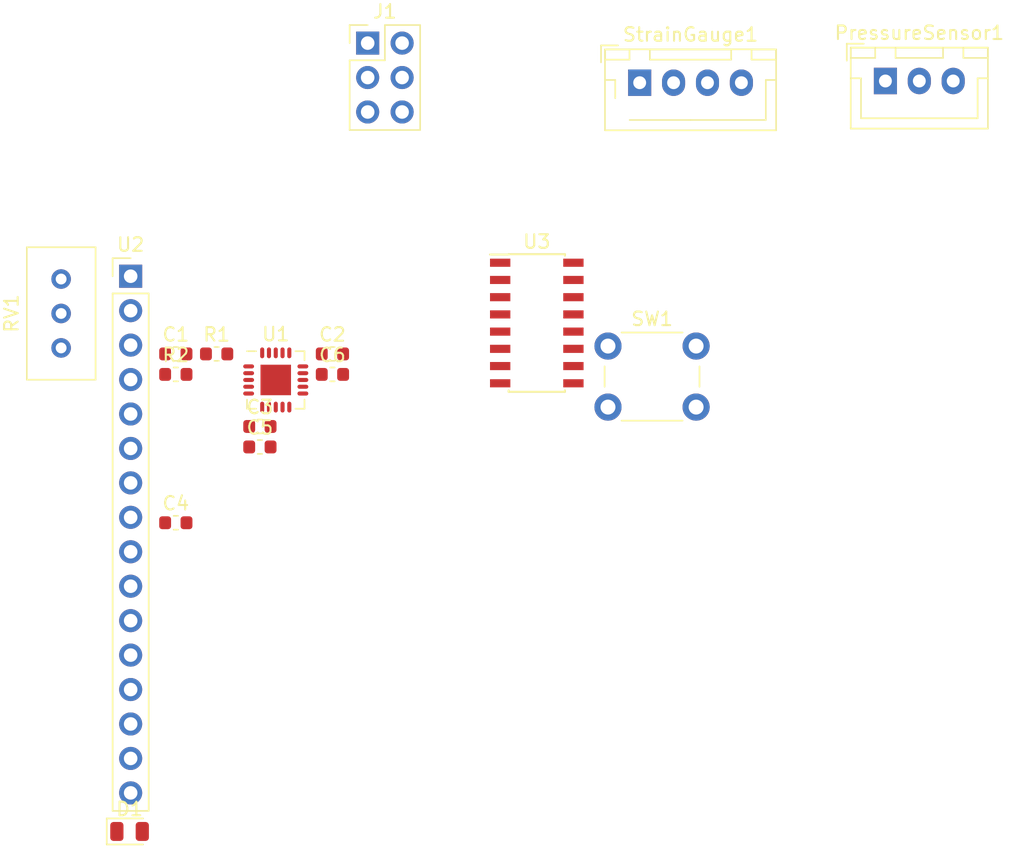
<source format=kicad_pcb>
(kicad_pcb (version 20171130) (host pcbnew "(5.0.0)")

  (general
    (thickness 1.6)
    (drawings 0)
    (tracks 0)
    (zones 0)
    (modules 17)
    (nets 22)
  )

  (page A4)
  (layers
    (0 F.Cu signal)
    (31 B.Cu signal)
    (32 B.Adhes user)
    (33 F.Adhes user)
    (34 B.Paste user)
    (35 F.Paste user)
    (36 B.SilkS user)
    (37 F.SilkS user)
    (38 B.Mask user)
    (39 F.Mask user)
    (40 Dwgs.User user)
    (41 Cmts.User user)
    (42 Eco1.User user)
    (43 Eco2.User user)
    (44 Edge.Cuts user)
    (45 Margin user)
    (46 B.CrtYd user)
    (47 F.CrtYd user)
    (48 B.Fab user)
    (49 F.Fab user)
  )

  (setup
    (last_trace_width 0.25)
    (trace_clearance 0.2)
    (zone_clearance 0.508)
    (zone_45_only no)
    (trace_min 0.2)
    (segment_width 0.2)
    (edge_width 0.15)
    (via_size 0.8)
    (via_drill 0.4)
    (via_min_size 0.4)
    (via_min_drill 0.3)
    (uvia_size 0.3)
    (uvia_drill 0.1)
    (uvias_allowed no)
    (uvia_min_size 0.2)
    (uvia_min_drill 0.1)
    (pcb_text_width 0.3)
    (pcb_text_size 1.5 1.5)
    (mod_edge_width 0.15)
    (mod_text_size 1 1)
    (mod_text_width 0.15)
    (pad_size 1.524 1.524)
    (pad_drill 0.762)
    (pad_to_mask_clearance 0.2)
    (aux_axis_origin 0 0)
    (visible_elements FFFFFF7F)
    (pcbplotparams
      (layerselection 0x010fc_ffffffff)
      (usegerberextensions false)
      (usegerberattributes false)
      (usegerberadvancedattributes false)
      (creategerberjobfile false)
      (excludeedgelayer true)
      (linewidth 0.100000)
      (plotframeref false)
      (viasonmask false)
      (mode 1)
      (useauxorigin false)
      (hpglpennumber 1)
      (hpglpenspeed 20)
      (hpglpendiameter 15.000000)
      (psnegative false)
      (psa4output false)
      (plotreference true)
      (plotvalue true)
      (plotinvisibletext false)
      (padsonsilk false)
      (subtractmaskfromsilk false)
      (outputformat 1)
      (mirror false)
      (drillshape 1)
      (scaleselection 1)
      (outputdirectory ""))
  )

  (net 0 "")
  (net 1 +5V)
  (net 2 GNDD)
  (net 3 /~RST)
  (net 4 "Net-(C3-Pad1)")
  (net 5 "Net-(C3-Pad2)")
  (net 6 "Net-(C4-Pad2)")
  (net 7 "Net-(C4-Pad1)")
  (net 8 "Net-(C5-Pad2)")
  (net 9 "Net-(C6-Pad2)")
  (net 10 /P_sen_analogIN)
  (net 11 "Net-(RV1-Pad2)")
  (net 12 /STRAINGAUGE+)
  (net 13 /STRAINGAUGE-)
  (net 14 /RX_L)
  (net 15 /TX_L)
  (net 16 "Net-(U1-Pad11)")
  (net 17 "Net-(U1-Pad12)")
  (net 18 "Net-(U1-Pad14)")
  (net 19 "Net-(U1-Pad15)")
  (net 20 "Net-(U1-Pad16)")
  (net 21 "Net-(U1-Pad20)")

  (net_class Default "This is the default net class."
    (clearance 0.2)
    (trace_width 0.25)
    (via_dia 0.8)
    (via_drill 0.4)
    (uvia_dia 0.3)
    (uvia_drill 0.1)
    (add_net +5V)
    (add_net /P_sen_analogIN)
    (add_net /RX_L)
    (add_net /STRAINGAUGE+)
    (add_net /STRAINGAUGE-)
    (add_net /TX_L)
    (add_net /~RST)
    (add_net GNDD)
    (add_net "Net-(C3-Pad1)")
    (add_net "Net-(C3-Pad2)")
    (add_net "Net-(C4-Pad1)")
    (add_net "Net-(C4-Pad2)")
    (add_net "Net-(C5-Pad2)")
    (add_net "Net-(C6-Pad2)")
    (add_net "Net-(RV1-Pad2)")
    (add_net "Net-(U1-Pad11)")
    (add_net "Net-(U1-Pad12)")
    (add_net "Net-(U1-Pad14)")
    (add_net "Net-(U1-Pad15)")
    (add_net "Net-(U1-Pad16)")
    (add_net "Net-(U1-Pad20)")
  )

  (module Capacitor_SMD:C_0603_1608Metric (layer F.Cu) (tedit 5B301BBE) (tstamp 5BC02560)
    (at 105.231001 74.103001)
    (descr "Capacitor SMD 0603 (1608 Metric), square (rectangular) end terminal, IPC_7351 nominal, (Body size source: http://www.tortai-tech.com/upload/download/2011102023233369053.pdf), generated with kicad-footprint-generator")
    (tags capacitor)
    (path /5BC0638F)
    (attr smd)
    (fp_text reference C1 (at 0 -1.43) (layer F.SilkS)
      (effects (font (size 1 1) (thickness 0.15)))
    )
    (fp_text value C (at 0 1.43) (layer F.Fab)
      (effects (font (size 1 1) (thickness 0.15)))
    )
    (fp_line (start -0.8 0.4) (end -0.8 -0.4) (layer F.Fab) (width 0.1))
    (fp_line (start -0.8 -0.4) (end 0.8 -0.4) (layer F.Fab) (width 0.1))
    (fp_line (start 0.8 -0.4) (end 0.8 0.4) (layer F.Fab) (width 0.1))
    (fp_line (start 0.8 0.4) (end -0.8 0.4) (layer F.Fab) (width 0.1))
    (fp_line (start -0.162779 -0.51) (end 0.162779 -0.51) (layer F.SilkS) (width 0.12))
    (fp_line (start -0.162779 0.51) (end 0.162779 0.51) (layer F.SilkS) (width 0.12))
    (fp_line (start -1.48 0.73) (end -1.48 -0.73) (layer F.CrtYd) (width 0.05))
    (fp_line (start -1.48 -0.73) (end 1.48 -0.73) (layer F.CrtYd) (width 0.05))
    (fp_line (start 1.48 -0.73) (end 1.48 0.73) (layer F.CrtYd) (width 0.05))
    (fp_line (start 1.48 0.73) (end -1.48 0.73) (layer F.CrtYd) (width 0.05))
    (fp_text user %R (at 0 0) (layer F.Fab)
      (effects (font (size 0.4 0.4) (thickness 0.06)))
    )
    (pad 1 smd roundrect (at -0.7875 0) (size 0.875 0.95) (layers F.Cu F.Paste F.Mask) (roundrect_rratio 0.25)
      (net 1 +5V))
    (pad 2 smd roundrect (at 0.7875 0) (size 0.875 0.95) (layers F.Cu F.Paste F.Mask) (roundrect_rratio 0.25)
      (net 2 GNDD))
    (model ${KISYS3DMOD}/Capacitor_SMD.3dshapes/C_0603_1608Metric.wrl
      (at (xyz 0 0 0))
      (scale (xyz 1 1 1))
      (rotate (xyz 0 0 0))
    )
  )

  (module Capacitor_SMD:C_0603_1608Metric (layer F.Cu) (tedit 5B301BBE) (tstamp 5BC02571)
    (at 116.781001 74.103001)
    (descr "Capacitor SMD 0603 (1608 Metric), square (rectangular) end terminal, IPC_7351 nominal, (Body size source: http://www.tortai-tech.com/upload/download/2011102023233369053.pdf), generated with kicad-footprint-generator")
    (tags capacitor)
    (path /5BC0AC50)
    (attr smd)
    (fp_text reference C2 (at 0 -1.43) (layer F.SilkS)
      (effects (font (size 1 1) (thickness 0.15)))
    )
    (fp_text value C (at 0 1.43) (layer F.Fab)
      (effects (font (size 1 1) (thickness 0.15)))
    )
    (fp_text user %R (at 0 0) (layer F.Fab)
      (effects (font (size 0.4 0.4) (thickness 0.06)))
    )
    (fp_line (start 1.48 0.73) (end -1.48 0.73) (layer F.CrtYd) (width 0.05))
    (fp_line (start 1.48 -0.73) (end 1.48 0.73) (layer F.CrtYd) (width 0.05))
    (fp_line (start -1.48 -0.73) (end 1.48 -0.73) (layer F.CrtYd) (width 0.05))
    (fp_line (start -1.48 0.73) (end -1.48 -0.73) (layer F.CrtYd) (width 0.05))
    (fp_line (start -0.162779 0.51) (end 0.162779 0.51) (layer F.SilkS) (width 0.12))
    (fp_line (start -0.162779 -0.51) (end 0.162779 -0.51) (layer F.SilkS) (width 0.12))
    (fp_line (start 0.8 0.4) (end -0.8 0.4) (layer F.Fab) (width 0.1))
    (fp_line (start 0.8 -0.4) (end 0.8 0.4) (layer F.Fab) (width 0.1))
    (fp_line (start -0.8 -0.4) (end 0.8 -0.4) (layer F.Fab) (width 0.1))
    (fp_line (start -0.8 0.4) (end -0.8 -0.4) (layer F.Fab) (width 0.1))
    (pad 2 smd roundrect (at 0.7875 0) (size 0.875 0.95) (layers F.Cu F.Paste F.Mask) (roundrect_rratio 0.25)
      (net 2 GNDD))
    (pad 1 smd roundrect (at -0.7875 0) (size 0.875 0.95) (layers F.Cu F.Paste F.Mask) (roundrect_rratio 0.25)
      (net 3 /~RST))
    (model ${KISYS3DMOD}/Capacitor_SMD.3dshapes/C_0603_1608Metric.wrl
      (at (xyz 0 0 0))
      (scale (xyz 1 1 1))
      (rotate (xyz 0 0 0))
    )
  )

  (module Capacitor_SMD:C_0603_1608Metric (layer F.Cu) (tedit 5B301BBE) (tstamp 5BC02582)
    (at 111.431001 79.453001)
    (descr "Capacitor SMD 0603 (1608 Metric), square (rectangular) end terminal, IPC_7351 nominal, (Body size source: http://www.tortai-tech.com/upload/download/2011102023233369053.pdf), generated with kicad-footprint-generator")
    (tags capacitor)
    (path /5BC14793)
    (attr smd)
    (fp_text reference C3 (at 0 -1.43) (layer F.SilkS)
      (effects (font (size 1 1) (thickness 0.15)))
    )
    (fp_text value 1u (at 0 1.43) (layer F.Fab)
      (effects (font (size 1 1) (thickness 0.15)))
    )
    (fp_line (start -0.8 0.4) (end -0.8 -0.4) (layer F.Fab) (width 0.1))
    (fp_line (start -0.8 -0.4) (end 0.8 -0.4) (layer F.Fab) (width 0.1))
    (fp_line (start 0.8 -0.4) (end 0.8 0.4) (layer F.Fab) (width 0.1))
    (fp_line (start 0.8 0.4) (end -0.8 0.4) (layer F.Fab) (width 0.1))
    (fp_line (start -0.162779 -0.51) (end 0.162779 -0.51) (layer F.SilkS) (width 0.12))
    (fp_line (start -0.162779 0.51) (end 0.162779 0.51) (layer F.SilkS) (width 0.12))
    (fp_line (start -1.48 0.73) (end -1.48 -0.73) (layer F.CrtYd) (width 0.05))
    (fp_line (start -1.48 -0.73) (end 1.48 -0.73) (layer F.CrtYd) (width 0.05))
    (fp_line (start 1.48 -0.73) (end 1.48 0.73) (layer F.CrtYd) (width 0.05))
    (fp_line (start 1.48 0.73) (end -1.48 0.73) (layer F.CrtYd) (width 0.05))
    (fp_text user %R (at 0 0) (layer F.Fab)
      (effects (font (size 0.4 0.4) (thickness 0.06)))
    )
    (pad 1 smd roundrect (at -0.7875 0) (size 0.875 0.95) (layers F.Cu F.Paste F.Mask) (roundrect_rratio 0.25)
      (net 4 "Net-(C3-Pad1)"))
    (pad 2 smd roundrect (at 0.7875 0) (size 0.875 0.95) (layers F.Cu F.Paste F.Mask) (roundrect_rratio 0.25)
      (net 5 "Net-(C3-Pad2)"))
    (model ${KISYS3DMOD}/Capacitor_SMD.3dshapes/C_0603_1608Metric.wrl
      (at (xyz 0 0 0))
      (scale (xyz 1 1 1))
      (rotate (xyz 0 0 0))
    )
  )

  (module Capacitor_SMD:C_0603_1608Metric (layer F.Cu) (tedit 5B301BBE) (tstamp 5BC02593)
    (at 105.231001 86.553001)
    (descr "Capacitor SMD 0603 (1608 Metric), square (rectangular) end terminal, IPC_7351 nominal, (Body size source: http://www.tortai-tech.com/upload/download/2011102023233369053.pdf), generated with kicad-footprint-generator")
    (tags capacitor)
    (path /5BC16476)
    (attr smd)
    (fp_text reference C4 (at 0 -1.43) (layer F.SilkS)
      (effects (font (size 1 1) (thickness 0.15)))
    )
    (fp_text value 1u (at 0 1.43) (layer F.Fab)
      (effects (font (size 1 1) (thickness 0.15)))
    )
    (fp_text user %R (at 0 0) (layer F.Fab)
      (effects (font (size 0.4 0.4) (thickness 0.06)))
    )
    (fp_line (start 1.48 0.73) (end -1.48 0.73) (layer F.CrtYd) (width 0.05))
    (fp_line (start 1.48 -0.73) (end 1.48 0.73) (layer F.CrtYd) (width 0.05))
    (fp_line (start -1.48 -0.73) (end 1.48 -0.73) (layer F.CrtYd) (width 0.05))
    (fp_line (start -1.48 0.73) (end -1.48 -0.73) (layer F.CrtYd) (width 0.05))
    (fp_line (start -0.162779 0.51) (end 0.162779 0.51) (layer F.SilkS) (width 0.12))
    (fp_line (start -0.162779 -0.51) (end 0.162779 -0.51) (layer F.SilkS) (width 0.12))
    (fp_line (start 0.8 0.4) (end -0.8 0.4) (layer F.Fab) (width 0.1))
    (fp_line (start 0.8 -0.4) (end 0.8 0.4) (layer F.Fab) (width 0.1))
    (fp_line (start -0.8 -0.4) (end 0.8 -0.4) (layer F.Fab) (width 0.1))
    (fp_line (start -0.8 0.4) (end -0.8 -0.4) (layer F.Fab) (width 0.1))
    (pad 2 smd roundrect (at 0.7875 0) (size 0.875 0.95) (layers F.Cu F.Paste F.Mask) (roundrect_rratio 0.25)
      (net 6 "Net-(C4-Pad2)"))
    (pad 1 smd roundrect (at -0.7875 0) (size 0.875 0.95) (layers F.Cu F.Paste F.Mask) (roundrect_rratio 0.25)
      (net 7 "Net-(C4-Pad1)"))
    (model ${KISYS3DMOD}/Capacitor_SMD.3dshapes/C_0603_1608Metric.wrl
      (at (xyz 0 0 0))
      (scale (xyz 1 1 1))
      (rotate (xyz 0 0 0))
    )
  )

  (module Capacitor_SMD:C_0603_1608Metric (layer F.Cu) (tedit 5B301BBE) (tstamp 5BC025A4)
    (at 111.431001 80.963001)
    (descr "Capacitor SMD 0603 (1608 Metric), square (rectangular) end terminal, IPC_7351 nominal, (Body size source: http://www.tortai-tech.com/upload/download/2011102023233369053.pdf), generated with kicad-footprint-generator")
    (tags capacitor)
    (path /5BC297B7)
    (attr smd)
    (fp_text reference C5 (at 0 -1.43) (layer F.SilkS)
      (effects (font (size 1 1) (thickness 0.15)))
    )
    (fp_text value 1u (at 0 1.43) (layer F.Fab)
      (effects (font (size 1 1) (thickness 0.15)))
    )
    (fp_line (start -0.8 0.4) (end -0.8 -0.4) (layer F.Fab) (width 0.1))
    (fp_line (start -0.8 -0.4) (end 0.8 -0.4) (layer F.Fab) (width 0.1))
    (fp_line (start 0.8 -0.4) (end 0.8 0.4) (layer F.Fab) (width 0.1))
    (fp_line (start 0.8 0.4) (end -0.8 0.4) (layer F.Fab) (width 0.1))
    (fp_line (start -0.162779 -0.51) (end 0.162779 -0.51) (layer F.SilkS) (width 0.12))
    (fp_line (start -0.162779 0.51) (end 0.162779 0.51) (layer F.SilkS) (width 0.12))
    (fp_line (start -1.48 0.73) (end -1.48 -0.73) (layer F.CrtYd) (width 0.05))
    (fp_line (start -1.48 -0.73) (end 1.48 -0.73) (layer F.CrtYd) (width 0.05))
    (fp_line (start 1.48 -0.73) (end 1.48 0.73) (layer F.CrtYd) (width 0.05))
    (fp_line (start 1.48 0.73) (end -1.48 0.73) (layer F.CrtYd) (width 0.05))
    (fp_text user %R (at 0 0) (layer F.Fab)
      (effects (font (size 0.4 0.4) (thickness 0.06)))
    )
    (pad 1 smd roundrect (at -0.7875 0) (size 0.875 0.95) (layers F.Cu F.Paste F.Mask) (roundrect_rratio 0.25)
      (net 2 GNDD))
    (pad 2 smd roundrect (at 0.7875 0) (size 0.875 0.95) (layers F.Cu F.Paste F.Mask) (roundrect_rratio 0.25)
      (net 8 "Net-(C5-Pad2)"))
    (model ${KISYS3DMOD}/Capacitor_SMD.3dshapes/C_0603_1608Metric.wrl
      (at (xyz 0 0 0))
      (scale (xyz 1 1 1))
      (rotate (xyz 0 0 0))
    )
  )

  (module Capacitor_SMD:C_0603_1608Metric (layer F.Cu) (tedit 5B301BBE) (tstamp 5BC025B5)
    (at 116.781001 75.613001)
    (descr "Capacitor SMD 0603 (1608 Metric), square (rectangular) end terminal, IPC_7351 nominal, (Body size source: http://www.tortai-tech.com/upload/download/2011102023233369053.pdf), generated with kicad-footprint-generator")
    (tags capacitor)
    (path /5BC2983C)
    (attr smd)
    (fp_text reference C6 (at 0 -1.43) (layer F.SilkS)
      (effects (font (size 1 1) (thickness 0.15)))
    )
    (fp_text value 1u (at 0 1.43) (layer F.Fab)
      (effects (font (size 1 1) (thickness 0.15)))
    )
    (fp_text user %R (at 0 0) (layer F.Fab)
      (effects (font (size 0.4 0.4) (thickness 0.06)))
    )
    (fp_line (start 1.48 0.73) (end -1.48 0.73) (layer F.CrtYd) (width 0.05))
    (fp_line (start 1.48 -0.73) (end 1.48 0.73) (layer F.CrtYd) (width 0.05))
    (fp_line (start -1.48 -0.73) (end 1.48 -0.73) (layer F.CrtYd) (width 0.05))
    (fp_line (start -1.48 0.73) (end -1.48 -0.73) (layer F.CrtYd) (width 0.05))
    (fp_line (start -0.162779 0.51) (end 0.162779 0.51) (layer F.SilkS) (width 0.12))
    (fp_line (start -0.162779 -0.51) (end 0.162779 -0.51) (layer F.SilkS) (width 0.12))
    (fp_line (start 0.8 0.4) (end -0.8 0.4) (layer F.Fab) (width 0.1))
    (fp_line (start 0.8 -0.4) (end 0.8 0.4) (layer F.Fab) (width 0.1))
    (fp_line (start -0.8 -0.4) (end 0.8 -0.4) (layer F.Fab) (width 0.1))
    (fp_line (start -0.8 0.4) (end -0.8 -0.4) (layer F.Fab) (width 0.1))
    (pad 2 smd roundrect (at 0.7875 0) (size 0.875 0.95) (layers F.Cu F.Paste F.Mask) (roundrect_rratio 0.25)
      (net 9 "Net-(C6-Pad2)"))
    (pad 1 smd roundrect (at -0.7875 0) (size 0.875 0.95) (layers F.Cu F.Paste F.Mask) (roundrect_rratio 0.25)
      (net 2 GNDD))
    (model ${KISYS3DMOD}/Capacitor_SMD.3dshapes/C_0603_1608Metric.wrl
      (at (xyz 0 0 0))
      (scale (xyz 1 1 1))
      (rotate (xyz 0 0 0))
    )
  )

  (module Diode_SMD:D_0805_2012Metric (layer F.Cu) (tedit 5B36C52B) (tstamp 5BC025C8)
    (at 101.821001 109.318001)
    (descr "Diode SMD 0805 (2012 Metric), square (rectangular) end terminal, IPC_7351 nominal, (Body size source: https://docs.google.com/spreadsheets/d/1BsfQQcO9C6DZCsRaXUlFlo91Tg2WpOkGARC1WS5S8t0/edit?usp=sharing), generated with kicad-footprint-generator")
    (tags diode)
    (path /5BC0BF74)
    (attr smd)
    (fp_text reference D1 (at 0 -1.65) (layer F.SilkS)
      (effects (font (size 1 1) (thickness 0.15)))
    )
    (fp_text value D_ALT (at 0 1.65) (layer F.Fab)
      (effects (font (size 1 1) (thickness 0.15)))
    )
    (fp_line (start 1 -0.6) (end -0.7 -0.6) (layer F.Fab) (width 0.1))
    (fp_line (start -0.7 -0.6) (end -1 -0.3) (layer F.Fab) (width 0.1))
    (fp_line (start -1 -0.3) (end -1 0.6) (layer F.Fab) (width 0.1))
    (fp_line (start -1 0.6) (end 1 0.6) (layer F.Fab) (width 0.1))
    (fp_line (start 1 0.6) (end 1 -0.6) (layer F.Fab) (width 0.1))
    (fp_line (start 1 -0.96) (end -1.685 -0.96) (layer F.SilkS) (width 0.12))
    (fp_line (start -1.685 -0.96) (end -1.685 0.96) (layer F.SilkS) (width 0.12))
    (fp_line (start -1.685 0.96) (end 1 0.96) (layer F.SilkS) (width 0.12))
    (fp_line (start -1.68 0.95) (end -1.68 -0.95) (layer F.CrtYd) (width 0.05))
    (fp_line (start -1.68 -0.95) (end 1.68 -0.95) (layer F.CrtYd) (width 0.05))
    (fp_line (start 1.68 -0.95) (end 1.68 0.95) (layer F.CrtYd) (width 0.05))
    (fp_line (start 1.68 0.95) (end -1.68 0.95) (layer F.CrtYd) (width 0.05))
    (fp_text user %R (at 0 0) (layer F.Fab)
      (effects (font (size 0.5 0.5) (thickness 0.08)))
    )
    (pad 1 smd roundrect (at -0.9375 0) (size 0.975 1.4) (layers F.Cu F.Paste F.Mask) (roundrect_rratio 0.25)
      (net 1 +5V))
    (pad 2 smd roundrect (at 0.9375 0) (size 0.975 1.4) (layers F.Cu F.Paste F.Mask) (roundrect_rratio 0.25)
      (net 3 /~RST))
    (model ${KISYS3DMOD}/Diode_SMD.3dshapes/D_0805_2012Metric.wrl
      (at (xyz 0 0 0))
      (scale (xyz 1 1 1))
      (rotate (xyz 0 0 0))
    )
  )

  (module Connector_PinHeader_2.54mm:PinHeader_2x03_P2.54mm_Vertical (layer F.Cu) (tedit 59FED5CC) (tstamp 5BC025E4)
    (at 119.38 51.181)
    (descr "Through hole straight pin header, 2x03, 2.54mm pitch, double rows")
    (tags "Through hole pin header THT 2x03 2.54mm double row")
    (path /5BC067F1)
    (fp_text reference J1 (at 1.27 -2.33) (layer F.SilkS)
      (effects (font (size 1 1) (thickness 0.15)))
    )
    (fp_text value AVR-ISP-6 (at 1.27 7.41) (layer F.Fab)
      (effects (font (size 1 1) (thickness 0.15)))
    )
    (fp_line (start 0 -1.27) (end 3.81 -1.27) (layer F.Fab) (width 0.1))
    (fp_line (start 3.81 -1.27) (end 3.81 6.35) (layer F.Fab) (width 0.1))
    (fp_line (start 3.81 6.35) (end -1.27 6.35) (layer F.Fab) (width 0.1))
    (fp_line (start -1.27 6.35) (end -1.27 0) (layer F.Fab) (width 0.1))
    (fp_line (start -1.27 0) (end 0 -1.27) (layer F.Fab) (width 0.1))
    (fp_line (start -1.33 6.41) (end 3.87 6.41) (layer F.SilkS) (width 0.12))
    (fp_line (start -1.33 1.27) (end -1.33 6.41) (layer F.SilkS) (width 0.12))
    (fp_line (start 3.87 -1.33) (end 3.87 6.41) (layer F.SilkS) (width 0.12))
    (fp_line (start -1.33 1.27) (end 1.27 1.27) (layer F.SilkS) (width 0.12))
    (fp_line (start 1.27 1.27) (end 1.27 -1.33) (layer F.SilkS) (width 0.12))
    (fp_line (start 1.27 -1.33) (end 3.87 -1.33) (layer F.SilkS) (width 0.12))
    (fp_line (start -1.33 0) (end -1.33 -1.33) (layer F.SilkS) (width 0.12))
    (fp_line (start -1.33 -1.33) (end 0 -1.33) (layer F.SilkS) (width 0.12))
    (fp_line (start -1.8 -1.8) (end -1.8 6.85) (layer F.CrtYd) (width 0.05))
    (fp_line (start -1.8 6.85) (end 4.35 6.85) (layer F.CrtYd) (width 0.05))
    (fp_line (start 4.35 6.85) (end 4.35 -1.8) (layer F.CrtYd) (width 0.05))
    (fp_line (start 4.35 -1.8) (end -1.8 -1.8) (layer F.CrtYd) (width 0.05))
    (fp_text user %R (at 1.27 2.54 90) (layer F.Fab)
      (effects (font (size 1 1) (thickness 0.15)))
    )
    (pad 1 thru_hole rect (at 0 0) (size 1.7 1.7) (drill 1) (layers *.Cu *.Mask))
    (pad 2 thru_hole oval (at 2.54 0) (size 1.7 1.7) (drill 1) (layers *.Cu *.Mask)
      (net 1 +5V))
    (pad 3 thru_hole oval (at 0 2.54) (size 1.7 1.7) (drill 1) (layers *.Cu *.Mask))
    (pad 4 thru_hole oval (at 2.54 2.54) (size 1.7 1.7) (drill 1) (layers *.Cu *.Mask))
    (pad 5 thru_hole oval (at 0 5.08) (size 1.7 1.7) (drill 1) (layers *.Cu *.Mask)
      (net 3 /~RST))
    (pad 6 thru_hole oval (at 2.54 5.08) (size 1.7 1.7) (drill 1) (layers *.Cu *.Mask)
      (net 2 GNDD))
    (model ${KISYS3DMOD}/Connector_PinHeader_2.54mm.3dshapes/PinHeader_2x03_P2.54mm_Vertical.wrl
      (at (xyz 0 0 0))
      (scale (xyz 1 1 1))
      (rotate (xyz 0 0 0))
    )
  )

  (module Connector_JST:JST_XH_B03B-XH-A_1x03_P2.50mm_Vertical (layer F.Cu) (tedit 5A2731AA) (tstamp 5BC0260E)
    (at 157.56 53.975)
    (descr "JST XH series connector, B03B-XH-A (http://www.jst-mfg.com/product/pdf/eng/eXH.pdf), generated with kicad-footprint-generator")
    (tags "connector JST XH side entry")
    (path /5BBF7337)
    (fp_text reference PressureSensor1 (at 2.5 -3.55) (layer F.SilkS)
      (effects (font (size 1 1) (thickness 0.15)))
    )
    (fp_text value Conn_01x03_Female (at 2.5 4.6) (layer F.Fab)
      (effects (font (size 1 1) (thickness 0.15)))
    )
    (fp_line (start -2.45 -2.35) (end -2.45 3.4) (layer F.Fab) (width 0.1))
    (fp_line (start -2.45 3.4) (end 7.45 3.4) (layer F.Fab) (width 0.1))
    (fp_line (start 7.45 3.4) (end 7.45 -2.35) (layer F.Fab) (width 0.1))
    (fp_line (start 7.45 -2.35) (end -2.45 -2.35) (layer F.Fab) (width 0.1))
    (fp_line (start -2.56 -2.46) (end -2.56 3.51) (layer F.SilkS) (width 0.12))
    (fp_line (start -2.56 3.51) (end 7.56 3.51) (layer F.SilkS) (width 0.12))
    (fp_line (start 7.56 3.51) (end 7.56 -2.46) (layer F.SilkS) (width 0.12))
    (fp_line (start 7.56 -2.46) (end -2.56 -2.46) (layer F.SilkS) (width 0.12))
    (fp_line (start -2.95 -2.85) (end -2.95 3.9) (layer F.CrtYd) (width 0.05))
    (fp_line (start -2.95 3.9) (end 7.95 3.9) (layer F.CrtYd) (width 0.05))
    (fp_line (start 7.95 3.9) (end 7.95 -2.85) (layer F.CrtYd) (width 0.05))
    (fp_line (start 7.95 -2.85) (end -2.95 -2.85) (layer F.CrtYd) (width 0.05))
    (fp_line (start -0.625 -2.35) (end 0 -1.35) (layer F.Fab) (width 0.1))
    (fp_line (start 0 -1.35) (end 0.625 -2.35) (layer F.Fab) (width 0.1))
    (fp_line (start 0.75 -2.45) (end 0.75 -1.7) (layer F.SilkS) (width 0.12))
    (fp_line (start 0.75 -1.7) (end 4.25 -1.7) (layer F.SilkS) (width 0.12))
    (fp_line (start 4.25 -1.7) (end 4.25 -2.45) (layer F.SilkS) (width 0.12))
    (fp_line (start 4.25 -2.45) (end 0.75 -2.45) (layer F.SilkS) (width 0.12))
    (fp_line (start -2.55 -2.45) (end -2.55 -1.7) (layer F.SilkS) (width 0.12))
    (fp_line (start -2.55 -1.7) (end -0.75 -1.7) (layer F.SilkS) (width 0.12))
    (fp_line (start -0.75 -1.7) (end -0.75 -2.45) (layer F.SilkS) (width 0.12))
    (fp_line (start -0.75 -2.45) (end -2.55 -2.45) (layer F.SilkS) (width 0.12))
    (fp_line (start 5.75 -2.45) (end 5.75 -1.7) (layer F.SilkS) (width 0.12))
    (fp_line (start 5.75 -1.7) (end 7.55 -1.7) (layer F.SilkS) (width 0.12))
    (fp_line (start 7.55 -1.7) (end 7.55 -2.45) (layer F.SilkS) (width 0.12))
    (fp_line (start 7.55 -2.45) (end 5.75 -2.45) (layer F.SilkS) (width 0.12))
    (fp_line (start -2.55 -0.2) (end -1.8 -0.2) (layer F.SilkS) (width 0.12))
    (fp_line (start -1.8 -0.2) (end -1.8 2.75) (layer F.SilkS) (width 0.12))
    (fp_line (start -1.8 2.75) (end 2.5 2.75) (layer F.SilkS) (width 0.12))
    (fp_line (start 7.55 -0.2) (end 6.8 -0.2) (layer F.SilkS) (width 0.12))
    (fp_line (start 6.8 -0.2) (end 6.8 2.75) (layer F.SilkS) (width 0.12))
    (fp_line (start 6.8 2.75) (end 2.5 2.75) (layer F.SilkS) (width 0.12))
    (fp_line (start -1.6 -2.75) (end -2.85 -2.75) (layer F.SilkS) (width 0.12))
    (fp_line (start -2.85 -2.75) (end -2.85 -1.5) (layer F.SilkS) (width 0.12))
    (fp_text user %R (at 2.5 2.7) (layer F.Fab)
      (effects (font (size 1 1) (thickness 0.15)))
    )
    (pad 1 thru_hole rect (at 0 0) (size 1.7 1.95) (drill 0.95) (layers *.Cu *.Mask)
      (net 1 +5V))
    (pad 2 thru_hole oval (at 2.5 0) (size 1.7 1.95) (drill 0.95) (layers *.Cu *.Mask)
      (net 10 /P_sen_analogIN))
    (pad 3 thru_hole oval (at 5 0) (size 1.7 1.95) (drill 0.95) (layers *.Cu *.Mask)
      (net 2 GNDD))
    (model ${KISYS3DMOD}/Connector_JST.3dshapes/JST_XH_B03B-XH-A_1x03_P2.50mm_Vertical.wrl
      (at (xyz 0 0 0))
      (scale (xyz 1 1 1))
      (rotate (xyz 0 0 0))
    )
  )

  (module Resistor_SMD:R_0603_1608Metric (layer F.Cu) (tedit 5B301BBD) (tstamp 5BC0261F)
    (at 108.241001 74.103001)
    (descr "Resistor SMD 0603 (1608 Metric), square (rectangular) end terminal, IPC_7351 nominal, (Body size source: http://www.tortai-tech.com/upload/download/2011102023233369053.pdf), generated with kicad-footprint-generator")
    (tags resistor)
    (path /5BBF71E9)
    (attr smd)
    (fp_text reference R1 (at 0 -1.43) (layer F.SilkS)
      (effects (font (size 1 1) (thickness 0.15)))
    )
    (fp_text value 10K (at 0 1.43) (layer F.Fab)
      (effects (font (size 1 1) (thickness 0.15)))
    )
    (fp_line (start -0.8 0.4) (end -0.8 -0.4) (layer F.Fab) (width 0.1))
    (fp_line (start -0.8 -0.4) (end 0.8 -0.4) (layer F.Fab) (width 0.1))
    (fp_line (start 0.8 -0.4) (end 0.8 0.4) (layer F.Fab) (width 0.1))
    (fp_line (start 0.8 0.4) (end -0.8 0.4) (layer F.Fab) (width 0.1))
    (fp_line (start -0.162779 -0.51) (end 0.162779 -0.51) (layer F.SilkS) (width 0.12))
    (fp_line (start -0.162779 0.51) (end 0.162779 0.51) (layer F.SilkS) (width 0.12))
    (fp_line (start -1.48 0.73) (end -1.48 -0.73) (layer F.CrtYd) (width 0.05))
    (fp_line (start -1.48 -0.73) (end 1.48 -0.73) (layer F.CrtYd) (width 0.05))
    (fp_line (start 1.48 -0.73) (end 1.48 0.73) (layer F.CrtYd) (width 0.05))
    (fp_line (start 1.48 0.73) (end -1.48 0.73) (layer F.CrtYd) (width 0.05))
    (fp_text user %R (at 0 0) (layer F.Fab)
      (effects (font (size 0.4 0.4) (thickness 0.06)))
    )
    (pad 1 smd roundrect (at -0.7875 0) (size 0.875 0.95) (layers F.Cu F.Paste F.Mask) (roundrect_rratio 0.25)
      (net 3 /~RST))
    (pad 2 smd roundrect (at 0.7875 0) (size 0.875 0.95) (layers F.Cu F.Paste F.Mask) (roundrect_rratio 0.25)
      (net 1 +5V))
    (model ${KISYS3DMOD}/Resistor_SMD.3dshapes/R_0603_1608Metric.wrl
      (at (xyz 0 0 0))
      (scale (xyz 1 1 1))
      (rotate (xyz 0 0 0))
    )
  )

  (module Resistor_SMD:R_0603_1608Metric (layer F.Cu) (tedit 5B301BBD) (tstamp 5BC02630)
    (at 105.231001 75.613001)
    (descr "Resistor SMD 0603 (1608 Metric), square (rectangular) end terminal, IPC_7351 nominal, (Body size source: http://www.tortai-tech.com/upload/download/2011102023233369053.pdf), generated with kicad-footprint-generator")
    (tags resistor)
    (path /5BC013C5)
    (attr smd)
    (fp_text reference R2 (at 0 -1.43) (layer F.SilkS)
      (effects (font (size 1 1) (thickness 0.15)))
    )
    (fp_text value 10K (at 0 1.43) (layer F.Fab)
      (effects (font (size 1 1) (thickness 0.15)))
    )
    (fp_text user %R (at 0 0) (layer F.Fab)
      (effects (font (size 0.4 0.4) (thickness 0.06)))
    )
    (fp_line (start 1.48 0.73) (end -1.48 0.73) (layer F.CrtYd) (width 0.05))
    (fp_line (start 1.48 -0.73) (end 1.48 0.73) (layer F.CrtYd) (width 0.05))
    (fp_line (start -1.48 -0.73) (end 1.48 -0.73) (layer F.CrtYd) (width 0.05))
    (fp_line (start -1.48 0.73) (end -1.48 -0.73) (layer F.CrtYd) (width 0.05))
    (fp_line (start -0.162779 0.51) (end 0.162779 0.51) (layer F.SilkS) (width 0.12))
    (fp_line (start -0.162779 -0.51) (end 0.162779 -0.51) (layer F.SilkS) (width 0.12))
    (fp_line (start 0.8 0.4) (end -0.8 0.4) (layer F.Fab) (width 0.1))
    (fp_line (start 0.8 -0.4) (end 0.8 0.4) (layer F.Fab) (width 0.1))
    (fp_line (start -0.8 -0.4) (end 0.8 -0.4) (layer F.Fab) (width 0.1))
    (fp_line (start -0.8 0.4) (end -0.8 -0.4) (layer F.Fab) (width 0.1))
    (pad 2 smd roundrect (at 0.7875 0) (size 0.875 0.95) (layers F.Cu F.Paste F.Mask) (roundrect_rratio 0.25)
      (net 2 GNDD))
    (pad 1 smd roundrect (at -0.7875 0) (size 0.875 0.95) (layers F.Cu F.Paste F.Mask) (roundrect_rratio 0.25)
      (net 1 +5V))
    (model ${KISYS3DMOD}/Resistor_SMD.3dshapes/R_0603_1608Metric.wrl
      (at (xyz 0 0 0))
      (scale (xyz 1 1 1))
      (rotate (xyz 0 0 0))
    )
  )

  (module Potentiometer_THT:Potentiometer_Bourns_3296W_Vertical (layer F.Cu) (tedit 5A3D4994) (tstamp 5BC02647)
    (at 96.774 68.58 90)
    (descr "Potentiometer, vertical, Bourns 3296W, https://www.bourns.com/pdfs/3296.pdf")
    (tags "Potentiometer vertical Bourns 3296W")
    (path /5BC01C4C)
    (fp_text reference RV1 (at -2.54 -3.66 90) (layer F.SilkS)
      (effects (font (size 1 1) (thickness 0.15)))
    )
    (fp_text value R_POT (at -2.54 3.67 90) (layer F.Fab)
      (effects (font (size 1 1) (thickness 0.15)))
    )
    (fp_circle (center 0.955 1.15) (end 2.05 1.15) (layer F.Fab) (width 0.1))
    (fp_line (start -7.305 -2.41) (end -7.305 2.42) (layer F.Fab) (width 0.1))
    (fp_line (start -7.305 2.42) (end 2.225 2.42) (layer F.Fab) (width 0.1))
    (fp_line (start 2.225 2.42) (end 2.225 -2.41) (layer F.Fab) (width 0.1))
    (fp_line (start 2.225 -2.41) (end -7.305 -2.41) (layer F.Fab) (width 0.1))
    (fp_line (start 0.955 2.235) (end 0.956 0.066) (layer F.Fab) (width 0.1))
    (fp_line (start 0.955 2.235) (end 0.956 0.066) (layer F.Fab) (width 0.1))
    (fp_line (start -7.425 -2.53) (end 2.345 -2.53) (layer F.SilkS) (width 0.12))
    (fp_line (start -7.425 2.54) (end 2.345 2.54) (layer F.SilkS) (width 0.12))
    (fp_line (start -7.425 -2.53) (end -7.425 2.54) (layer F.SilkS) (width 0.12))
    (fp_line (start 2.345 -2.53) (end 2.345 2.54) (layer F.SilkS) (width 0.12))
    (fp_line (start -7.6 -2.7) (end -7.6 2.7) (layer F.CrtYd) (width 0.05))
    (fp_line (start -7.6 2.7) (end 2.5 2.7) (layer F.CrtYd) (width 0.05))
    (fp_line (start 2.5 2.7) (end 2.5 -2.7) (layer F.CrtYd) (width 0.05))
    (fp_line (start 2.5 -2.7) (end -7.6 -2.7) (layer F.CrtYd) (width 0.05))
    (fp_text user %R (at -3.175 0.005 90) (layer F.Fab)
      (effects (font (size 1 1) (thickness 0.15)))
    )
    (pad 1 thru_hole circle (at 0 0 90) (size 1.44 1.44) (drill 0.8) (layers *.Cu *.Mask)
      (net 2 GNDD))
    (pad 2 thru_hole circle (at -2.54 0 90) (size 1.44 1.44) (drill 0.8) (layers *.Cu *.Mask)
      (net 11 "Net-(RV1-Pad2)"))
    (pad 3 thru_hole circle (at -5.08 0 90) (size 1.44 1.44) (drill 0.8) (layers *.Cu *.Mask)
      (net 1 +5V))
    (model ${KISYS3DMOD}/Potentiometer_THT.3dshapes/Potentiometer_Bourns_3296W_Vertical.wrl
      (at (xyz 0 0 0))
      (scale (xyz 1 1 1))
      (rotate (xyz 0 0 0))
    )
  )

  (module Connector_JST:JST_XH_B04B-XH-AM_1x04_P2.50mm_Vertical (layer F.Cu) (tedit 5A2731AA) (tstamp 5BC02673)
    (at 139.439 54.102)
    (descr "JST XH series connector, B04B-XH-AM, with boss (http://www.jst-mfg.com/product/pdf/eng/eXH.pdf), generated with kicad-footprint-generator")
    (tags "connector JST XH side entry boss")
    (path /5BC0480F)
    (fp_text reference StrainGauge1 (at 3.75 -3.55) (layer F.SilkS)
      (effects (font (size 1 1) (thickness 0.15)))
    )
    (fp_text value Conn_01x04_Female (at 3.75 4.6) (layer F.Fab)
      (effects (font (size 1 1) (thickness 0.15)))
    )
    (fp_line (start -2.45 -2.35) (end -2.45 3.4) (layer F.Fab) (width 0.1))
    (fp_line (start -2.45 3.4) (end 9.95 3.4) (layer F.Fab) (width 0.1))
    (fp_line (start 9.95 3.4) (end 9.95 -2.35) (layer F.Fab) (width 0.1))
    (fp_line (start 9.95 -2.35) (end -2.45 -2.35) (layer F.Fab) (width 0.1))
    (fp_line (start -2.56 -2.46) (end -2.56 3.51) (layer F.SilkS) (width 0.12))
    (fp_line (start -2.56 3.51) (end 10.06 3.51) (layer F.SilkS) (width 0.12))
    (fp_line (start 10.06 3.51) (end 10.06 -2.46) (layer F.SilkS) (width 0.12))
    (fp_line (start 10.06 -2.46) (end -2.56 -2.46) (layer F.SilkS) (width 0.12))
    (fp_line (start -2.95 -2.85) (end -2.95 3.9) (layer F.CrtYd) (width 0.05))
    (fp_line (start -2.95 3.9) (end 10.45 3.9) (layer F.CrtYd) (width 0.05))
    (fp_line (start 10.45 3.9) (end 10.45 -2.85) (layer F.CrtYd) (width 0.05))
    (fp_line (start 10.45 -2.85) (end -2.95 -2.85) (layer F.CrtYd) (width 0.05))
    (fp_line (start -0.625 -2.35) (end 0 -1.35) (layer F.Fab) (width 0.1))
    (fp_line (start 0 -1.35) (end 0.625 -2.35) (layer F.Fab) (width 0.1))
    (fp_line (start 0.75 -2.45) (end 0.75 -1.7) (layer F.SilkS) (width 0.12))
    (fp_line (start 0.75 -1.7) (end 6.75 -1.7) (layer F.SilkS) (width 0.12))
    (fp_line (start 6.75 -1.7) (end 6.75 -2.45) (layer F.SilkS) (width 0.12))
    (fp_line (start 6.75 -2.45) (end 0.75 -2.45) (layer F.SilkS) (width 0.12))
    (fp_line (start -2.55 -2.45) (end -2.55 -1.7) (layer F.SilkS) (width 0.12))
    (fp_line (start -2.55 -1.7) (end -0.75 -1.7) (layer F.SilkS) (width 0.12))
    (fp_line (start -0.75 -1.7) (end -0.75 -2.45) (layer F.SilkS) (width 0.12))
    (fp_line (start -0.75 -2.45) (end -2.55 -2.45) (layer F.SilkS) (width 0.12))
    (fp_line (start 8.25 -2.45) (end 8.25 -1.7) (layer F.SilkS) (width 0.12))
    (fp_line (start 8.25 -1.7) (end 10.05 -1.7) (layer F.SilkS) (width 0.12))
    (fp_line (start 10.05 -1.7) (end 10.05 -2.45) (layer F.SilkS) (width 0.12))
    (fp_line (start 10.05 -2.45) (end 8.25 -2.45) (layer F.SilkS) (width 0.12))
    (fp_line (start -2.55 -0.2) (end -1.8 -0.2) (layer F.SilkS) (width 0.12))
    (fp_line (start -1.8 -0.2) (end -1.8 1.14) (layer F.SilkS) (width 0.12))
    (fp_line (start 3.75 2.75) (end -0.74 2.75) (layer F.SilkS) (width 0.12))
    (fp_line (start 10.05 -0.2) (end 9.3 -0.2) (layer F.SilkS) (width 0.12))
    (fp_line (start 9.3 -0.2) (end 9.3 2.75) (layer F.SilkS) (width 0.12))
    (fp_line (start 9.3 2.75) (end 3.75 2.75) (layer F.SilkS) (width 0.12))
    (fp_line (start -1.6 -2.75) (end -2.85 -2.75) (layer F.SilkS) (width 0.12))
    (fp_line (start -2.85 -2.75) (end -2.85 -1.5) (layer F.SilkS) (width 0.12))
    (fp_text user %R (at 3.75 2.7) (layer F.Fab)
      (effects (font (size 1 1) (thickness 0.15)))
    )
    (pad 1 thru_hole rect (at 0 0) (size 1.7 1.95) (drill 0.95) (layers *.Cu *.Mask)
      (net 1 +5V))
    (pad 2 thru_hole oval (at 2.5 0) (size 1.7 1.95) (drill 0.95) (layers *.Cu *.Mask)
      (net 12 /STRAINGAUGE+))
    (pad 3 thru_hole oval (at 5 0) (size 1.7 1.95) (drill 0.95) (layers *.Cu *.Mask)
      (net 13 /STRAINGAUGE-))
    (pad 4 thru_hole oval (at 7.5 0) (size 1.7 1.95) (drill 0.95) (layers *.Cu *.Mask)
      (net 2 GNDD))
    (pad "" np_thru_hole circle (at -1.6 2) (size 1.2 1.2) (drill 1.2) (layers *.Cu *.Mask))
    (model ${KISYS3DMOD}/Connector_JST.3dshapes/JST_XH_B04B-XH-AM_1x04_P2.50mm_Vertical.wrl
      (at (xyz 0 0 0))
      (scale (xyz 1 1 1))
      (rotate (xyz 0 0 0))
    )
  )

  (module Button_Switch_THT:SW_PUSH_6mm (layer F.Cu) (tedit 5A02FE31) (tstamp 5BC02692)
    (at 137.101001 73.523001)
    (descr https://www.omron.com/ecb/products/pdf/en-b3f.pdf)
    (tags "tact sw push 6mm")
    (path /5BC20EFB)
    (fp_text reference SW1 (at 3.25 -2) (layer F.SilkS)
      (effects (font (size 1 1) (thickness 0.15)))
    )
    (fp_text value SW_Push (at 3.75 6.7) (layer F.Fab)
      (effects (font (size 1 1) (thickness 0.15)))
    )
    (fp_text user %R (at 3.25 2.25) (layer F.Fab)
      (effects (font (size 1 1) (thickness 0.15)))
    )
    (fp_line (start 3.25 -0.75) (end 6.25 -0.75) (layer F.Fab) (width 0.1))
    (fp_line (start 6.25 -0.75) (end 6.25 5.25) (layer F.Fab) (width 0.1))
    (fp_line (start 6.25 5.25) (end 0.25 5.25) (layer F.Fab) (width 0.1))
    (fp_line (start 0.25 5.25) (end 0.25 -0.75) (layer F.Fab) (width 0.1))
    (fp_line (start 0.25 -0.75) (end 3.25 -0.75) (layer F.Fab) (width 0.1))
    (fp_line (start 7.75 6) (end 8 6) (layer F.CrtYd) (width 0.05))
    (fp_line (start 8 6) (end 8 5.75) (layer F.CrtYd) (width 0.05))
    (fp_line (start 7.75 -1.5) (end 8 -1.5) (layer F.CrtYd) (width 0.05))
    (fp_line (start 8 -1.5) (end 8 -1.25) (layer F.CrtYd) (width 0.05))
    (fp_line (start -1.5 -1.25) (end -1.5 -1.5) (layer F.CrtYd) (width 0.05))
    (fp_line (start -1.5 -1.5) (end -1.25 -1.5) (layer F.CrtYd) (width 0.05))
    (fp_line (start -1.5 5.75) (end -1.5 6) (layer F.CrtYd) (width 0.05))
    (fp_line (start -1.5 6) (end -1.25 6) (layer F.CrtYd) (width 0.05))
    (fp_line (start -1.25 -1.5) (end 7.75 -1.5) (layer F.CrtYd) (width 0.05))
    (fp_line (start -1.5 5.75) (end -1.5 -1.25) (layer F.CrtYd) (width 0.05))
    (fp_line (start 7.75 6) (end -1.25 6) (layer F.CrtYd) (width 0.05))
    (fp_line (start 8 -1.25) (end 8 5.75) (layer F.CrtYd) (width 0.05))
    (fp_line (start 1 5.5) (end 5.5 5.5) (layer F.SilkS) (width 0.12))
    (fp_line (start -0.25 1.5) (end -0.25 3) (layer F.SilkS) (width 0.12))
    (fp_line (start 5.5 -1) (end 1 -1) (layer F.SilkS) (width 0.12))
    (fp_line (start 6.75 3) (end 6.75 1.5) (layer F.SilkS) (width 0.12))
    (fp_circle (center 3.25 2.25) (end 1.25 2.5) (layer F.Fab) (width 0.1))
    (pad 2 thru_hole circle (at 0 4.5 90) (size 2 2) (drill 1.1) (layers *.Cu *.Mask)
      (net 2 GNDD))
    (pad 1 thru_hole circle (at 0 0 90) (size 2 2) (drill 1.1) (layers *.Cu *.Mask)
      (net 3 /~RST))
    (pad 2 thru_hole circle (at 6.5 4.5 90) (size 2 2) (drill 1.1) (layers *.Cu *.Mask)
      (net 2 GNDD))
    (pad 1 thru_hole circle (at 6.5 0 90) (size 2 2) (drill 1.1) (layers *.Cu *.Mask)
      (net 3 /~RST))
    (model ${KISYS3DMOD}/Button_Switch_THT.3dshapes/SW_PUSH_6mm.wrl
      (at (xyz 0 0 0))
      (scale (xyz 1 1 1))
      (rotate (xyz 0 0 0))
    )
  )

  (module Package_DFN_QFN:QFN-20-1EP_4x4mm_P0.5mm_EP2.25x2.25mm (layer F.Cu) (tedit 5AAB4F93) (tstamp 5BC026C0)
    (at 112.601001 76.023001)
    (descr "20-Lead Plastic Quad Flat No-Lead Package, 4x4mm Body (see Atmel Appnote 8826)")
    (tags "QFN 0.5")
    (path /5BBF70A5)
    (attr smd)
    (fp_text reference U1 (at 0 -3.375) (layer F.SilkS)
      (effects (font (size 1 1) (thickness 0.15)))
    )
    (fp_text value ATtiny84A-MU (at 0 3.375) (layer F.Fab)
      (effects (font (size 1 1) (thickness 0.15)))
    )
    (fp_text user %R (at 0 0) (layer F.Fab)
      (effects (font (size 1 1) (thickness 0.15)))
    )
    (fp_line (start -2.65 -2.65) (end -2.65 2.65) (layer F.CrtYd) (width 0.05))
    (fp_line (start -2.65 -2.65) (end 2.65 -2.65) (layer F.CrtYd) (width 0.05))
    (fp_line (start -2.65 2.65) (end 2.65 2.65) (layer F.CrtYd) (width 0.05))
    (fp_line (start 2.65 -2.65) (end 2.65 2.65) (layer F.CrtYd) (width 0.05))
    (fp_line (start -2 -1) (end -1 -2) (layer F.Fab) (width 0.1))
    (fp_line (start -2 2) (end -2 -1) (layer F.Fab) (width 0.1))
    (fp_line (start -1 -2) (end 2 -2) (layer F.Fab) (width 0.1))
    (fp_line (start 2 -2) (end 2 2) (layer F.Fab) (width 0.1))
    (fp_line (start 2 2) (end -2 2) (layer F.Fab) (width 0.1))
    (fp_line (start -2.12 -2.12) (end -1.45 -2.12) (layer F.SilkS) (width 0.12))
    (fp_line (start -2.12 2.12) (end -2.12 1.45) (layer F.SilkS) (width 0.12))
    (fp_line (start -2.12 2.12) (end -1.45 2.12) (layer F.SilkS) (width 0.12))
    (fp_line (start 2.12 -2.12) (end 1.45 -2.12) (layer F.SilkS) (width 0.12))
    (fp_line (start 2.12 -2.12) (end 2.12 -1.45) (layer F.SilkS) (width 0.12))
    (fp_line (start 2.12 2.12) (end 1.45 2.12) (layer F.SilkS) (width 0.12))
    (fp_line (start 2.12 2.12) (end 2.12 1.45) (layer F.SilkS) (width 0.12))
    (pad 1 smd oval (at -2 -1) (size 0.8 0.3) (layers F.Cu F.Paste F.Mask)
      (net 13 /STRAINGAUGE-))
    (pad 2 smd oval (at -2 -0.5) (size 0.8 0.3) (layers F.Cu F.Paste F.Mask)
      (net 12 /STRAINGAUGE+))
    (pad 3 smd oval (at -2 0) (size 0.8 0.3) (layers F.Cu F.Paste F.Mask)
      (net 14 /RX_L))
    (pad 4 smd oval (at -2 0.5) (size 0.8 0.3) (layers F.Cu F.Paste F.Mask)
      (net 15 /TX_L))
    (pad 5 smd oval (at -2 1) (size 0.8 0.3) (layers F.Cu F.Paste F.Mask)
      (net 10 /P_sen_analogIN))
    (pad 6 smd oval (at -1 2 90) (size 0.8 0.3) (layers F.Cu F.Paste F.Mask))
    (pad 7 smd oval (at -0.5 2 90) (size 0.8 0.3) (layers F.Cu F.Paste F.Mask))
    (pad 8 smd oval (at 0 2 90) (size 0.8 0.3) (layers F.Cu F.Paste F.Mask)
      (net 2 GNDD))
    (pad 9 smd oval (at 0.5 2 90) (size 0.8 0.3) (layers F.Cu F.Paste F.Mask)
      (net 1 +5V))
    (pad 10 smd oval (at 1 2 90) (size 0.8 0.3) (layers F.Cu F.Paste F.Mask))
    (pad 11 smd oval (at 2 1) (size 0.8 0.3) (layers F.Cu F.Paste F.Mask)
      (net 16 "Net-(U1-Pad11)"))
    (pad 12 smd oval (at 2 0.5) (size 0.8 0.3) (layers F.Cu F.Paste F.Mask)
      (net 17 "Net-(U1-Pad12)"))
    (pad 13 smd oval (at 2 0) (size 0.8 0.3) (layers F.Cu F.Paste F.Mask)
      (net 3 /~RST))
    (pad 14 smd oval (at 2 -0.5) (size 0.8 0.3) (layers F.Cu F.Paste F.Mask)
      (net 18 "Net-(U1-Pad14)"))
    (pad 15 smd oval (at 2 -1) (size 0.8 0.3) (layers F.Cu F.Paste F.Mask)
      (net 19 "Net-(U1-Pad15)"))
    (pad 16 smd oval (at 1 -2 90) (size 0.8 0.3) (layers F.Cu F.Paste F.Mask)
      (net 20 "Net-(U1-Pad16)"))
    (pad 17 smd oval (at 0.5 -2 90) (size 0.8 0.3) (layers F.Cu F.Paste F.Mask))
    (pad 18 smd oval (at 0 -2 90) (size 0.8 0.3) (layers F.Cu F.Paste F.Mask))
    (pad 19 smd oval (at -0.5 -2 90) (size 0.8 0.3) (layers F.Cu F.Paste F.Mask))
    (pad 20 smd oval (at -1 -2 90) (size 0.8 0.3) (layers F.Cu F.Paste F.Mask)
      (net 21 "Net-(U1-Pad20)"))
    (pad 21 smd rect (at 0 0) (size 2.25 2.25) (layers F.Cu F.Mask)
      (net 2 GNDD))
    (pad "" smd rect (at -0.55 -0.55) (size 1 1) (layers F.Paste))
    (pad "" smd rect (at -0.55 0.55) (size 1 1) (layers F.Paste))
    (pad "" smd rect (at 0.55 -0.55) (size 1 1) (layers F.Paste))
    (pad "" smd rect (at 0.55 0.55) (size 1 1) (layers F.Paste))
    (model ${KISYS3DMOD}/Package_DFN_QFN.3dshapes/QFN-20-1EP_4x4mm_P0.5mm_EP2.25x2.25mm.wrl
      (at (xyz 0 0 0))
      (scale (xyz 1 1 1))
      (rotate (xyz 0 0 0))
    )
  )

  (module Connector_PinHeader_2.54mm:PinHeader_1x16_P2.54mm_Vertical (layer F.Cu) (tedit 59FED5CC) (tstamp 5BC026E4)
    (at 101.901001 68.373001)
    (descr "Through hole straight pin header, 1x16, 2.54mm pitch, single row")
    (tags "Through hole pin header THT 1x16 2.54mm single row")
    (path /5BC0117A)
    (fp_text reference U2 (at 0 -2.33) (layer F.SilkS)
      (effects (font (size 1 1) (thickness 0.15)))
    )
    (fp_text value LCD_1602 (at 0 40.43) (layer F.Fab)
      (effects (font (size 1 1) (thickness 0.15)))
    )
    (fp_line (start -0.635 -1.27) (end 1.27 -1.27) (layer F.Fab) (width 0.1))
    (fp_line (start 1.27 -1.27) (end 1.27 39.37) (layer F.Fab) (width 0.1))
    (fp_line (start 1.27 39.37) (end -1.27 39.37) (layer F.Fab) (width 0.1))
    (fp_line (start -1.27 39.37) (end -1.27 -0.635) (layer F.Fab) (width 0.1))
    (fp_line (start -1.27 -0.635) (end -0.635 -1.27) (layer F.Fab) (width 0.1))
    (fp_line (start -1.33 39.43) (end 1.33 39.43) (layer F.SilkS) (width 0.12))
    (fp_line (start -1.33 1.27) (end -1.33 39.43) (layer F.SilkS) (width 0.12))
    (fp_line (start 1.33 1.27) (end 1.33 39.43) (layer F.SilkS) (width 0.12))
    (fp_line (start -1.33 1.27) (end 1.33 1.27) (layer F.SilkS) (width 0.12))
    (fp_line (start -1.33 0) (end -1.33 -1.33) (layer F.SilkS) (width 0.12))
    (fp_line (start -1.33 -1.33) (end 0 -1.33) (layer F.SilkS) (width 0.12))
    (fp_line (start -1.8 -1.8) (end -1.8 39.9) (layer F.CrtYd) (width 0.05))
    (fp_line (start -1.8 39.9) (end 1.8 39.9) (layer F.CrtYd) (width 0.05))
    (fp_line (start 1.8 39.9) (end 1.8 -1.8) (layer F.CrtYd) (width 0.05))
    (fp_line (start 1.8 -1.8) (end -1.8 -1.8) (layer F.CrtYd) (width 0.05))
    (fp_text user %R (at 0 19.05 90) (layer F.Fab)
      (effects (font (size 1 1) (thickness 0.15)))
    )
    (pad 1 thru_hole rect (at 0 0) (size 1.7 1.7) (drill 1) (layers *.Cu *.Mask)
      (net 2 GNDD))
    (pad 2 thru_hole oval (at 0 2.54) (size 1.7 1.7) (drill 1) (layers *.Cu *.Mask)
      (net 1 +5V))
    (pad 3 thru_hole oval (at 0 5.08) (size 1.7 1.7) (drill 1) (layers *.Cu *.Mask)
      (net 11 "Net-(RV1-Pad2)"))
    (pad 4 thru_hole oval (at 0 7.62) (size 1.7 1.7) (drill 1) (layers *.Cu *.Mask)
      (net 18 "Net-(U1-Pad14)"))
    (pad 5 thru_hole oval (at 0 10.16) (size 1.7 1.7) (drill 1) (layers *.Cu *.Mask)
      (net 2 GNDD))
    (pad 6 thru_hole oval (at 0 12.7) (size 1.7 1.7) (drill 1) (layers *.Cu *.Mask)
      (net 17 "Net-(U1-Pad12)"))
    (pad 7 thru_hole oval (at 0 15.24) (size 1.7 1.7) (drill 1) (layers *.Cu *.Mask))
    (pad 8 thru_hole oval (at 0 17.78) (size 1.7 1.7) (drill 1) (layers *.Cu *.Mask))
    (pad 9 thru_hole oval (at 0 20.32) (size 1.7 1.7) (drill 1) (layers *.Cu *.Mask))
    (pad 10 thru_hole oval (at 0 22.86) (size 1.7 1.7) (drill 1) (layers *.Cu *.Mask))
    (pad 11 thru_hole oval (at 0 25.4) (size 1.7 1.7) (drill 1) (layers *.Cu *.Mask)
      (net 16 "Net-(U1-Pad11)"))
    (pad 12 thru_hole oval (at 0 27.94) (size 1.7 1.7) (drill 1) (layers *.Cu *.Mask)
      (net 19 "Net-(U1-Pad15)"))
    (pad 13 thru_hole oval (at 0 30.48) (size 1.7 1.7) (drill 1) (layers *.Cu *.Mask)
      (net 20 "Net-(U1-Pad16)"))
    (pad 14 thru_hole oval (at 0 33.02) (size 1.7 1.7) (drill 1) (layers *.Cu *.Mask)
      (net 21 "Net-(U1-Pad20)"))
    (pad 15 thru_hole oval (at 0 35.56) (size 1.7 1.7) (drill 1) (layers *.Cu *.Mask)
      (net 1 +5V))
    (pad 16 thru_hole oval (at 0 38.1) (size 1.7 1.7) (drill 1) (layers *.Cu *.Mask)
      (net 1 +5V))
    (model ${KISYS3DMOD}/Connector_PinHeader_2.54mm.3dshapes/PinHeader_1x16_P2.54mm_Vertical.wrl
      (at (xyz 0 0 0))
      (scale (xyz 1 1 1))
      (rotate (xyz 0 0 0))
    )
  )

  (module Package_SO:SOIC-16_3.9x9.9mm_P1.27mm (layer F.Cu) (tedit 5A02F2D3) (tstamp 5BC02709)
    (at 131.851001 71.823001)
    (descr "16-Lead Plastic Small Outline (SL) - Narrow, 3.90 mm Body [SOIC] (see Microchip Packaging Specification 00000049BS.pdf)")
    (tags "SOIC 1.27")
    (path /5BC10B79)
    (attr smd)
    (fp_text reference U3 (at 0 -6) (layer F.SilkS)
      (effects (font (size 1 1) (thickness 0.15)))
    )
    (fp_text value MAX232I (at 0 6) (layer F.Fab)
      (effects (font (size 1 1) (thickness 0.15)))
    )
    (fp_text user %R (at 0 0) (layer F.Fab)
      (effects (font (size 0.9 0.9) (thickness 0.135)))
    )
    (fp_line (start -0.95 -4.95) (end 1.95 -4.95) (layer F.Fab) (width 0.15))
    (fp_line (start 1.95 -4.95) (end 1.95 4.95) (layer F.Fab) (width 0.15))
    (fp_line (start 1.95 4.95) (end -1.95 4.95) (layer F.Fab) (width 0.15))
    (fp_line (start -1.95 4.95) (end -1.95 -3.95) (layer F.Fab) (width 0.15))
    (fp_line (start -1.95 -3.95) (end -0.95 -4.95) (layer F.Fab) (width 0.15))
    (fp_line (start -3.7 -5.25) (end -3.7 5.25) (layer F.CrtYd) (width 0.05))
    (fp_line (start 3.7 -5.25) (end 3.7 5.25) (layer F.CrtYd) (width 0.05))
    (fp_line (start -3.7 -5.25) (end 3.7 -5.25) (layer F.CrtYd) (width 0.05))
    (fp_line (start -3.7 5.25) (end 3.7 5.25) (layer F.CrtYd) (width 0.05))
    (fp_line (start -2.075 -5.075) (end -2.075 -5.05) (layer F.SilkS) (width 0.15))
    (fp_line (start 2.075 -5.075) (end 2.075 -4.97) (layer F.SilkS) (width 0.15))
    (fp_line (start 2.075 5.075) (end 2.075 4.97) (layer F.SilkS) (width 0.15))
    (fp_line (start -2.075 5.075) (end -2.075 4.97) (layer F.SilkS) (width 0.15))
    (fp_line (start -2.075 -5.075) (end 2.075 -5.075) (layer F.SilkS) (width 0.15))
    (fp_line (start -2.075 5.075) (end 2.075 5.075) (layer F.SilkS) (width 0.15))
    (fp_line (start -2.075 -5.05) (end -3.45 -5.05) (layer F.SilkS) (width 0.15))
    (pad 1 smd rect (at -2.7 -4.445) (size 1.5 0.6) (layers F.Cu F.Paste F.Mask)
      (net 4 "Net-(C3-Pad1)"))
    (pad 2 smd rect (at -2.7 -3.175) (size 1.5 0.6) (layers F.Cu F.Paste F.Mask)
      (net 8 "Net-(C5-Pad2)"))
    (pad 3 smd rect (at -2.7 -1.905) (size 1.5 0.6) (layers F.Cu F.Paste F.Mask)
      (net 5 "Net-(C3-Pad2)"))
    (pad 4 smd rect (at -2.7 -0.635) (size 1.5 0.6) (layers F.Cu F.Paste F.Mask)
      (net 7 "Net-(C4-Pad1)"))
    (pad 5 smd rect (at -2.7 0.635) (size 1.5 0.6) (layers F.Cu F.Paste F.Mask)
      (net 6 "Net-(C4-Pad2)"))
    (pad 6 smd rect (at -2.7 1.905) (size 1.5 0.6) (layers F.Cu F.Paste F.Mask)
      (net 9 "Net-(C6-Pad2)"))
    (pad 7 smd rect (at -2.7 3.175) (size 1.5 0.6) (layers F.Cu F.Paste F.Mask))
    (pad 8 smd rect (at -2.7 4.445) (size 1.5 0.6) (layers F.Cu F.Paste F.Mask))
    (pad 9 smd rect (at 2.7 4.445) (size 1.5 0.6) (layers F.Cu F.Paste F.Mask))
    (pad 10 smd rect (at 2.7 3.175) (size 1.5 0.6) (layers F.Cu F.Paste F.Mask))
    (pad 11 smd rect (at 2.7 1.905) (size 1.5 0.6) (layers F.Cu F.Paste F.Mask)
      (net 15 /TX_L))
    (pad 12 smd rect (at 2.7 0.635) (size 1.5 0.6) (layers F.Cu F.Paste F.Mask)
      (net 14 /RX_L))
    (pad 13 smd rect (at 2.7 -0.635) (size 1.5 0.6) (layers F.Cu F.Paste F.Mask))
    (pad 14 smd rect (at 2.7 -1.905) (size 1.5 0.6) (layers F.Cu F.Paste F.Mask))
    (pad 15 smd rect (at 2.7 -3.175) (size 1.5 0.6) (layers F.Cu F.Paste F.Mask)
      (net 2 GNDD))
    (pad 16 smd rect (at 2.7 -4.445) (size 1.5 0.6) (layers F.Cu F.Paste F.Mask)
      (net 1 +5V))
    (model ${KISYS3DMOD}/Package_SO.3dshapes/SOIC-16_3.9x9.9mm_P1.27mm.wrl
      (at (xyz 0 0 0))
      (scale (xyz 1 1 1))
      (rotate (xyz 0 0 0))
    )
  )

)

</source>
